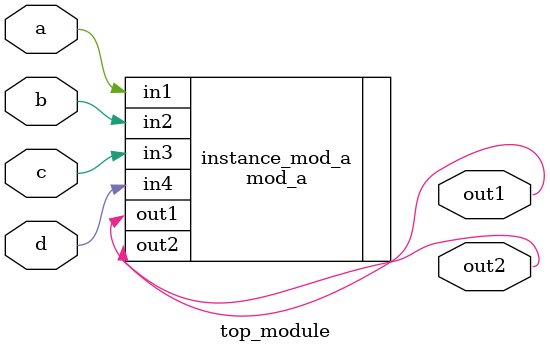
<source format=v>
module top_module ( 
    input a, 
    input b, 
    input c,
    input d,
    output out1,
    output out2
);
    
    // module mod_a ( output out1, output out2, input in1, input in2, input in3, input in4);
    
    mod_a instance_mod_a (.out1(out1), .out2(out2), .in1(a), .in2(b), .in3(c), .in4(d));

endmodule

</source>
